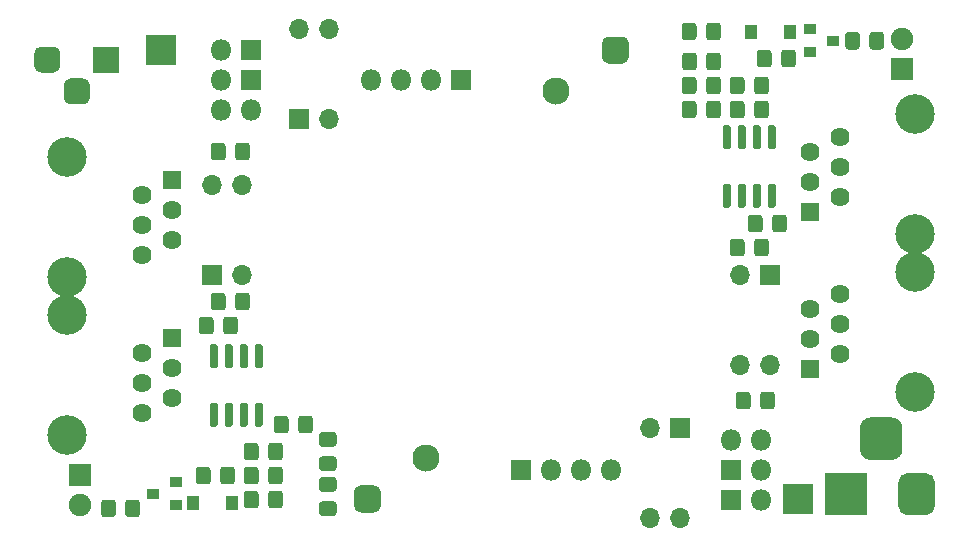
<source format=gbr>
%TF.GenerationSoftware,KiCad,Pcbnew,(5.1.6)-1*%
%TF.CreationDate,2021-04-28T12:41:24+02:00*%
%TF.ProjectId,combi_button,636f6d62-695f-4627-9574-746f6e2e6b69,rev?*%
%TF.SameCoordinates,Original*%
%TF.FileFunction,Soldermask,Top*%
%TF.FilePolarity,Negative*%
%FSLAX46Y46*%
G04 Gerber Fmt 4.6, Leading zero omitted, Abs format (unit mm)*
G04 Created by KiCad (PCBNEW (5.1.6)-1) date 2021-04-28 12:41:24*
%MOMM*%
%LPD*%
G01*
G04 APERTURE LIST*
%ADD10R,1.000000X1.300000*%
%ADD11O,1.700000X1.700000*%
%ADD12R,1.700000X1.700000*%
%ADD13O,1.800000X1.800000*%
%ADD14R,1.800000X1.800000*%
%ADD15R,2.600000X2.600000*%
%ADD16C,2.300000*%
%ADD17R,1.000000X0.900000*%
%ADD18C,1.900000*%
%ADD19R,1.900000X1.900000*%
%ADD20R,2.200000X2.200000*%
%ADD21R,3.600000X3.600000*%
%ADD22C,3.350000*%
%ADD23C,1.620000*%
%ADD24R,1.620000X1.620000*%
G04 APERTURE END LIST*
%TO.C,R20*%
G36*
G01*
X76232000Y-116539738D02*
X76232000Y-117496262D01*
G75*
G02*
X75960262Y-117768000I-271738J0D01*
G01*
X75253738Y-117768000D01*
G75*
G02*
X74982000Y-117496262I0J271738D01*
G01*
X74982000Y-116539738D01*
G75*
G02*
X75253738Y-116268000I271738J0D01*
G01*
X75960262Y-116268000D01*
G75*
G02*
X76232000Y-116539738I0J-271738D01*
G01*
G37*
G36*
G01*
X78282000Y-116539738D02*
X78282000Y-117496262D01*
G75*
G02*
X78010262Y-117768000I-271738J0D01*
G01*
X77303738Y-117768000D01*
G75*
G02*
X77032000Y-117496262I0J271738D01*
G01*
X77032000Y-116539738D01*
G75*
G02*
X77303738Y-116268000I271738J0D01*
G01*
X78010262Y-116268000D01*
G75*
G02*
X78282000Y-116539738I0J-271738D01*
G01*
G37*
%TD*%
D10*
%TO.C,D6*%
X74728000Y-119304000D03*
X78028000Y-119304000D03*
%TD*%
D11*
%TO.C,U6*%
X83744000Y-79172000D03*
X86284000Y-86792000D03*
X86284000Y-79172000D03*
D12*
X83744000Y-86792000D03*
%TD*%
%TO.C,R19*%
G36*
G01*
X77502000Y-89107738D02*
X77502000Y-90064262D01*
G75*
G02*
X77230262Y-90336000I-271738J0D01*
G01*
X76523738Y-90336000D01*
G75*
G02*
X76252000Y-90064262I0J271738D01*
G01*
X76252000Y-89107738D01*
G75*
G02*
X76523738Y-88836000I271738J0D01*
G01*
X77230262Y-88836000D01*
G75*
G02*
X77502000Y-89107738I0J-271738D01*
G01*
G37*
G36*
G01*
X79552000Y-89107738D02*
X79552000Y-90064262D01*
G75*
G02*
X79280262Y-90336000I-271738J0D01*
G01*
X78573738Y-90336000D01*
G75*
G02*
X78302000Y-90064262I0J271738D01*
G01*
X78302000Y-89107738D01*
G75*
G02*
X78573738Y-88836000I271738J0D01*
G01*
X79280262Y-88836000D01*
G75*
G02*
X79552000Y-89107738I0J-271738D01*
G01*
G37*
%TD*%
D13*
%TO.C,J14*%
X77140000Y-80950000D03*
D14*
X79680000Y-80950000D03*
%TD*%
D13*
%TO.C,J13*%
X122860000Y-119050000D03*
D14*
X120320000Y-119050000D03*
%TD*%
%TO.C,R18*%
G36*
G01*
X124530000Y-82190262D02*
X124530000Y-81233738D01*
G75*
G02*
X124801738Y-80962000I271738J0D01*
G01*
X125508262Y-80962000D01*
G75*
G02*
X125780000Y-81233738I0J-271738D01*
G01*
X125780000Y-82190262D01*
G75*
G02*
X125508262Y-82462000I-271738J0D01*
G01*
X124801738Y-82462000D01*
G75*
G02*
X124530000Y-82190262I0J271738D01*
G01*
G37*
G36*
G01*
X122480000Y-82190262D02*
X122480000Y-81233738D01*
G75*
G02*
X122751738Y-80962000I271738J0D01*
G01*
X123458262Y-80962000D01*
G75*
G02*
X123730000Y-81233738I0J-271738D01*
G01*
X123730000Y-82190262D01*
G75*
G02*
X123458262Y-82462000I-271738J0D01*
G01*
X122751738Y-82462000D01*
G75*
G02*
X122480000Y-82190262I0J271738D01*
G01*
G37*
%TD*%
D10*
%TO.C,D5*%
X125272000Y-79426000D03*
X121972000Y-79426000D03*
%TD*%
D14*
%TO.C,J6*%
X102540000Y-116510000D03*
D13*
X105080000Y-116510000D03*
X107620000Y-116510000D03*
X110160000Y-116510000D03*
%TD*%
D15*
%TO.C,REF\u002A\u002A*%
X72000000Y-81000000D03*
%TD*%
%TO.C,REF\u002A\u002A*%
X126000000Y-119000000D03*
%TD*%
D14*
%TO.C,J12*%
X79680000Y-83490000D03*
D13*
X79680000Y-86030000D03*
X77140000Y-83490000D03*
X77140000Y-86030000D03*
%TD*%
D14*
%TO.C,J11*%
X120320000Y-116510000D03*
D13*
X120320000Y-113970000D03*
X122860000Y-116510000D03*
X122860000Y-113970000D03*
%TD*%
%TO.C,R17*%
G36*
G01*
X83636000Y-113178262D02*
X83636000Y-112221738D01*
G75*
G02*
X83907738Y-111950000I271738J0D01*
G01*
X84614262Y-111950000D01*
G75*
G02*
X84886000Y-112221738I0J-271738D01*
G01*
X84886000Y-113178262D01*
G75*
G02*
X84614262Y-113450000I-271738J0D01*
G01*
X83907738Y-113450000D01*
G75*
G02*
X83636000Y-113178262I0J271738D01*
G01*
G37*
G36*
G01*
X81586000Y-113178262D02*
X81586000Y-112221738D01*
G75*
G02*
X81857738Y-111950000I271738J0D01*
G01*
X82564262Y-111950000D01*
G75*
G02*
X82836000Y-112221738I0J-271738D01*
G01*
X82836000Y-113178262D01*
G75*
G02*
X82564262Y-113450000I-271738J0D01*
G01*
X81857738Y-113450000D01*
G75*
G02*
X81586000Y-113178262I0J271738D01*
G01*
G37*
%TD*%
%TO.C,R16*%
G36*
G01*
X79046000Y-115464262D02*
X79046000Y-114507738D01*
G75*
G02*
X79317738Y-114236000I271738J0D01*
G01*
X80024262Y-114236000D01*
G75*
G02*
X80296000Y-114507738I0J-271738D01*
G01*
X80296000Y-115464262D01*
G75*
G02*
X80024262Y-115736000I-271738J0D01*
G01*
X79317738Y-115736000D01*
G75*
G02*
X79046000Y-115464262I0J271738D01*
G01*
G37*
G36*
G01*
X81096000Y-115464262D02*
X81096000Y-114507738D01*
G75*
G02*
X81367738Y-114236000I271738J0D01*
G01*
X82074262Y-114236000D01*
G75*
G02*
X82346000Y-114507738I0J-271738D01*
G01*
X82346000Y-115464262D01*
G75*
G02*
X82074262Y-115736000I-271738J0D01*
G01*
X81367738Y-115736000D01*
G75*
G02*
X81096000Y-115464262I0J271738D01*
G01*
G37*
%TD*%
%TO.C,R15*%
G36*
G01*
X81096000Y-117496262D02*
X81096000Y-116539738D01*
G75*
G02*
X81367738Y-116268000I271738J0D01*
G01*
X82074262Y-116268000D01*
G75*
G02*
X82346000Y-116539738I0J-271738D01*
G01*
X82346000Y-117496262D01*
G75*
G02*
X82074262Y-117768000I-271738J0D01*
G01*
X81367738Y-117768000D01*
G75*
G02*
X81096000Y-117496262I0J271738D01*
G01*
G37*
G36*
G01*
X79046000Y-117496262D02*
X79046000Y-116539738D01*
G75*
G02*
X79317738Y-116268000I271738J0D01*
G01*
X80024262Y-116268000D01*
G75*
G02*
X80296000Y-116539738I0J-271738D01*
G01*
X80296000Y-117496262D01*
G75*
G02*
X80024262Y-117768000I-271738J0D01*
G01*
X79317738Y-117768000D01*
G75*
G02*
X79046000Y-117496262I0J271738D01*
G01*
G37*
%TD*%
D16*
%TO.C,J10*%
X94500000Y-115500000D03*
G36*
G01*
X90075000Y-120150000D02*
X88925000Y-120150000D01*
G75*
G02*
X88350000Y-119575000I0J575000D01*
G01*
X88350000Y-118425000D01*
G75*
G02*
X88925000Y-117850000I575000J0D01*
G01*
X90075000Y-117850000D01*
G75*
G02*
X90650000Y-118425000I0J-575000D01*
G01*
X90650000Y-119575000D01*
G75*
G02*
X90075000Y-120150000I-575000J0D01*
G01*
G37*
%TD*%
%TO.C,J9*%
X105500000Y-84500000D03*
G36*
G01*
X109925000Y-79850000D02*
X111075000Y-79850000D01*
G75*
G02*
X111650000Y-80425000I0J-575000D01*
G01*
X111650000Y-81575000D01*
G75*
G02*
X111075000Y-82150000I-575000J0D01*
G01*
X109925000Y-82150000D01*
G75*
G02*
X109350000Y-81575000I0J575000D01*
G01*
X109350000Y-80425000D01*
G75*
G02*
X109925000Y-79850000I575000J0D01*
G01*
G37*
%TD*%
D11*
%TO.C,U5*%
X116000000Y-120620000D03*
X113460000Y-113000000D03*
X113460000Y-120620000D03*
D12*
X116000000Y-113000000D03*
%TD*%
%TO.C,R14*%
G36*
G01*
X120702000Y-111146262D02*
X120702000Y-110189738D01*
G75*
G02*
X120973738Y-109918000I271738J0D01*
G01*
X121680262Y-109918000D01*
G75*
G02*
X121952000Y-110189738I0J-271738D01*
G01*
X121952000Y-111146262D01*
G75*
G02*
X121680262Y-111418000I-271738J0D01*
G01*
X120973738Y-111418000D01*
G75*
G02*
X120702000Y-111146262I0J271738D01*
G01*
G37*
G36*
G01*
X122752000Y-111146262D02*
X122752000Y-110189738D01*
G75*
G02*
X123023738Y-109918000I271738J0D01*
G01*
X123730262Y-109918000D01*
G75*
G02*
X124002000Y-110189738I0J-271738D01*
G01*
X124002000Y-111146262D01*
G75*
G02*
X123730262Y-111418000I-271738J0D01*
G01*
X123023738Y-111418000D01*
G75*
G02*
X122752000Y-111146262I0J271738D01*
G01*
G37*
%TD*%
%TO.C,R13*%
G36*
G01*
X118171000Y-86508262D02*
X118171000Y-85551738D01*
G75*
G02*
X118442738Y-85280000I271738J0D01*
G01*
X119149262Y-85280000D01*
G75*
G02*
X119421000Y-85551738I0J-271738D01*
G01*
X119421000Y-86508262D01*
G75*
G02*
X119149262Y-86780000I-271738J0D01*
G01*
X118442738Y-86780000D01*
G75*
G02*
X118171000Y-86508262I0J271738D01*
G01*
G37*
G36*
G01*
X116121000Y-86508262D02*
X116121000Y-85551738D01*
G75*
G02*
X116392738Y-85280000I271738J0D01*
G01*
X117099262Y-85280000D01*
G75*
G02*
X117371000Y-85551738I0J-271738D01*
G01*
X117371000Y-86508262D01*
G75*
G02*
X117099262Y-86780000I-271738J0D01*
G01*
X116392738Y-86780000D01*
G75*
G02*
X116121000Y-86508262I0J271738D01*
G01*
G37*
%TD*%
%TO.C,R12*%
G36*
G01*
X117371000Y-83519738D02*
X117371000Y-84476262D01*
G75*
G02*
X117099262Y-84748000I-271738J0D01*
G01*
X116392738Y-84748000D01*
G75*
G02*
X116121000Y-84476262I0J271738D01*
G01*
X116121000Y-83519738D01*
G75*
G02*
X116392738Y-83248000I271738J0D01*
G01*
X117099262Y-83248000D01*
G75*
G02*
X117371000Y-83519738I0J-271738D01*
G01*
G37*
G36*
G01*
X119421000Y-83519738D02*
X119421000Y-84476262D01*
G75*
G02*
X119149262Y-84748000I-271738J0D01*
G01*
X118442738Y-84748000D01*
G75*
G02*
X118171000Y-84476262I0J271738D01*
G01*
X118171000Y-83519738D01*
G75*
G02*
X118442738Y-83248000I271738J0D01*
G01*
X119149262Y-83248000D01*
G75*
G02*
X119421000Y-83519738I0J-271738D01*
G01*
G37*
%TD*%
%TO.C,R11*%
G36*
G01*
X118189000Y-82444262D02*
X118189000Y-81487738D01*
G75*
G02*
X118460738Y-81216000I271738J0D01*
G01*
X119167262Y-81216000D01*
G75*
G02*
X119439000Y-81487738I0J-271738D01*
G01*
X119439000Y-82444262D01*
G75*
G02*
X119167262Y-82716000I-271738J0D01*
G01*
X118460738Y-82716000D01*
G75*
G02*
X118189000Y-82444262I0J271738D01*
G01*
G37*
G36*
G01*
X116139000Y-82444262D02*
X116139000Y-81487738D01*
G75*
G02*
X116410738Y-81216000I271738J0D01*
G01*
X117117262Y-81216000D01*
G75*
G02*
X117389000Y-81487738I0J-271738D01*
G01*
X117389000Y-82444262D01*
G75*
G02*
X117117262Y-82716000I-271738J0D01*
G01*
X116410738Y-82716000D01*
G75*
G02*
X116139000Y-82444262I0J271738D01*
G01*
G37*
%TD*%
%TO.C,R10*%
G36*
G01*
X81096000Y-119528262D02*
X81096000Y-118571738D01*
G75*
G02*
X81367738Y-118300000I271738J0D01*
G01*
X82074262Y-118300000D01*
G75*
G02*
X82346000Y-118571738I0J-271738D01*
G01*
X82346000Y-119528262D01*
G75*
G02*
X82074262Y-119800000I-271738J0D01*
G01*
X81367738Y-119800000D01*
G75*
G02*
X81096000Y-119528262I0J271738D01*
G01*
G37*
G36*
G01*
X79046000Y-119528262D02*
X79046000Y-118571738D01*
G75*
G02*
X79317738Y-118300000I271738J0D01*
G01*
X80024262Y-118300000D01*
G75*
G02*
X80296000Y-118571738I0J-271738D01*
G01*
X80296000Y-119528262D01*
G75*
G02*
X80024262Y-119800000I-271738J0D01*
G01*
X79317738Y-119800000D01*
G75*
G02*
X79046000Y-119528262I0J271738D01*
G01*
G37*
%TD*%
%TO.C,R9*%
G36*
G01*
X117371000Y-78947738D02*
X117371000Y-79904262D01*
G75*
G02*
X117099262Y-80176000I-271738J0D01*
G01*
X116392738Y-80176000D01*
G75*
G02*
X116121000Y-79904262I0J271738D01*
G01*
X116121000Y-78947738D01*
G75*
G02*
X116392738Y-78676000I271738J0D01*
G01*
X117099262Y-78676000D01*
G75*
G02*
X117371000Y-78947738I0J-271738D01*
G01*
G37*
G36*
G01*
X119421000Y-78947738D02*
X119421000Y-79904262D01*
G75*
G02*
X119149262Y-80176000I-271738J0D01*
G01*
X118442738Y-80176000D01*
G75*
G02*
X118171000Y-79904262I0J271738D01*
G01*
X118171000Y-78947738D01*
G75*
G02*
X118442738Y-78676000I271738J0D01*
G01*
X119149262Y-78676000D01*
G75*
G02*
X119421000Y-78947738I0J-271738D01*
G01*
G37*
%TD*%
%TO.C,R8*%
G36*
G01*
X77502000Y-101807738D02*
X77502000Y-102764262D01*
G75*
G02*
X77230262Y-103036000I-271738J0D01*
G01*
X76523738Y-103036000D01*
G75*
G02*
X76252000Y-102764262I0J271738D01*
G01*
X76252000Y-101807738D01*
G75*
G02*
X76523738Y-101536000I271738J0D01*
G01*
X77230262Y-101536000D01*
G75*
G02*
X77502000Y-101807738I0J-271738D01*
G01*
G37*
G36*
G01*
X79552000Y-101807738D02*
X79552000Y-102764262D01*
G75*
G02*
X79280262Y-103036000I-271738J0D01*
G01*
X78573738Y-103036000D01*
G75*
G02*
X78302000Y-102764262I0J271738D01*
G01*
X78302000Y-101807738D01*
G75*
G02*
X78573738Y-101536000I271738J0D01*
G01*
X79280262Y-101536000D01*
G75*
G02*
X79552000Y-101807738I0J-271738D01*
G01*
G37*
%TD*%
%TO.C,R7*%
G36*
G01*
X122244000Y-98192262D02*
X122244000Y-97235738D01*
G75*
G02*
X122515738Y-96964000I271738J0D01*
G01*
X123222262Y-96964000D01*
G75*
G02*
X123494000Y-97235738I0J-271738D01*
G01*
X123494000Y-98192262D01*
G75*
G02*
X123222262Y-98464000I-271738J0D01*
G01*
X122515738Y-98464000D01*
G75*
G02*
X122244000Y-98192262I0J271738D01*
G01*
G37*
G36*
G01*
X120194000Y-98192262D02*
X120194000Y-97235738D01*
G75*
G02*
X120465738Y-96964000I271738J0D01*
G01*
X121172262Y-96964000D01*
G75*
G02*
X121444000Y-97235738I0J-271738D01*
G01*
X121444000Y-98192262D01*
G75*
G02*
X121172262Y-98464000I-271738J0D01*
G01*
X120465738Y-98464000D01*
G75*
G02*
X120194000Y-98192262I0J271738D01*
G01*
G37*
%TD*%
D17*
%TO.C,Q2*%
X71314000Y-118542000D03*
X73314000Y-117592000D03*
X73314000Y-119492000D03*
%TD*%
%TO.C,Q1*%
X128940000Y-80188000D03*
X126940000Y-81138000D03*
X126940000Y-79238000D03*
%TD*%
D11*
%TO.C,U4*%
X76378000Y-92380000D03*
X78918000Y-100000000D03*
X78918000Y-92380000D03*
D12*
X76378000Y-100000000D03*
%TD*%
D11*
%TO.C,U3*%
X123622000Y-107620000D03*
X121082000Y-100000000D03*
X121082000Y-107620000D03*
D12*
X123622000Y-100000000D03*
%TD*%
%TO.C,U2*%
G36*
G01*
X76680000Y-107948000D02*
X76330000Y-107948000D01*
G75*
G02*
X76155000Y-107773000I0J175000D01*
G01*
X76155000Y-106073000D01*
G75*
G02*
X76330000Y-105898000I175000J0D01*
G01*
X76680000Y-105898000D01*
G75*
G02*
X76855000Y-106073000I0J-175000D01*
G01*
X76855000Y-107773000D01*
G75*
G02*
X76680000Y-107948000I-175000J0D01*
G01*
G37*
G36*
G01*
X77950000Y-107948000D02*
X77600000Y-107948000D01*
G75*
G02*
X77425000Y-107773000I0J175000D01*
G01*
X77425000Y-106073000D01*
G75*
G02*
X77600000Y-105898000I175000J0D01*
G01*
X77950000Y-105898000D01*
G75*
G02*
X78125000Y-106073000I0J-175000D01*
G01*
X78125000Y-107773000D01*
G75*
G02*
X77950000Y-107948000I-175000J0D01*
G01*
G37*
G36*
G01*
X79220000Y-107948000D02*
X78870000Y-107948000D01*
G75*
G02*
X78695000Y-107773000I0J175000D01*
G01*
X78695000Y-106073000D01*
G75*
G02*
X78870000Y-105898000I175000J0D01*
G01*
X79220000Y-105898000D01*
G75*
G02*
X79395000Y-106073000I0J-175000D01*
G01*
X79395000Y-107773000D01*
G75*
G02*
X79220000Y-107948000I-175000J0D01*
G01*
G37*
G36*
G01*
X80490000Y-107948000D02*
X80140000Y-107948000D01*
G75*
G02*
X79965000Y-107773000I0J175000D01*
G01*
X79965000Y-106073000D01*
G75*
G02*
X80140000Y-105898000I175000J0D01*
G01*
X80490000Y-105898000D01*
G75*
G02*
X80665000Y-106073000I0J-175000D01*
G01*
X80665000Y-107773000D01*
G75*
G02*
X80490000Y-107948000I-175000J0D01*
G01*
G37*
G36*
G01*
X80490000Y-112898000D02*
X80140000Y-112898000D01*
G75*
G02*
X79965000Y-112723000I0J175000D01*
G01*
X79965000Y-111023000D01*
G75*
G02*
X80140000Y-110848000I175000J0D01*
G01*
X80490000Y-110848000D01*
G75*
G02*
X80665000Y-111023000I0J-175000D01*
G01*
X80665000Y-112723000D01*
G75*
G02*
X80490000Y-112898000I-175000J0D01*
G01*
G37*
G36*
G01*
X79220000Y-112898000D02*
X78870000Y-112898000D01*
G75*
G02*
X78695000Y-112723000I0J175000D01*
G01*
X78695000Y-111023000D01*
G75*
G02*
X78870000Y-110848000I175000J0D01*
G01*
X79220000Y-110848000D01*
G75*
G02*
X79395000Y-111023000I0J-175000D01*
G01*
X79395000Y-112723000D01*
G75*
G02*
X79220000Y-112898000I-175000J0D01*
G01*
G37*
G36*
G01*
X77950000Y-112898000D02*
X77600000Y-112898000D01*
G75*
G02*
X77425000Y-112723000I0J175000D01*
G01*
X77425000Y-111023000D01*
G75*
G02*
X77600000Y-110848000I175000J0D01*
G01*
X77950000Y-110848000D01*
G75*
G02*
X78125000Y-111023000I0J-175000D01*
G01*
X78125000Y-112723000D01*
G75*
G02*
X77950000Y-112898000I-175000J0D01*
G01*
G37*
G36*
G01*
X76680000Y-112898000D02*
X76330000Y-112898000D01*
G75*
G02*
X76155000Y-112723000I0J175000D01*
G01*
X76155000Y-111023000D01*
G75*
G02*
X76330000Y-110848000I175000J0D01*
G01*
X76680000Y-110848000D01*
G75*
G02*
X76855000Y-111023000I0J-175000D01*
G01*
X76855000Y-112723000D01*
G75*
G02*
X76680000Y-112898000I-175000J0D01*
G01*
G37*
%TD*%
%TO.C,C2*%
G36*
G01*
X77286000Y-104796262D02*
X77286000Y-103839738D01*
G75*
G02*
X77557738Y-103568000I271738J0D01*
G01*
X78264262Y-103568000D01*
G75*
G02*
X78536000Y-103839738I0J-271738D01*
G01*
X78536000Y-104796262D01*
G75*
G02*
X78264262Y-105068000I-271738J0D01*
G01*
X77557738Y-105068000D01*
G75*
G02*
X77286000Y-104796262I0J271738D01*
G01*
G37*
G36*
G01*
X75236000Y-104796262D02*
X75236000Y-103839738D01*
G75*
G02*
X75507738Y-103568000I271738J0D01*
G01*
X76214262Y-103568000D01*
G75*
G02*
X76486000Y-103839738I0J-271738D01*
G01*
X76486000Y-104796262D01*
G75*
G02*
X76214262Y-105068000I-271738J0D01*
G01*
X75507738Y-105068000D01*
G75*
G02*
X75236000Y-104796262I0J271738D01*
G01*
G37*
%TD*%
%TO.C,U1*%
G36*
G01*
X123574000Y-92306000D02*
X123924000Y-92306000D01*
G75*
G02*
X124099000Y-92481000I0J-175000D01*
G01*
X124099000Y-94181000D01*
G75*
G02*
X123924000Y-94356000I-175000J0D01*
G01*
X123574000Y-94356000D01*
G75*
G02*
X123399000Y-94181000I0J175000D01*
G01*
X123399000Y-92481000D01*
G75*
G02*
X123574000Y-92306000I175000J0D01*
G01*
G37*
G36*
G01*
X122304000Y-92306000D02*
X122654000Y-92306000D01*
G75*
G02*
X122829000Y-92481000I0J-175000D01*
G01*
X122829000Y-94181000D01*
G75*
G02*
X122654000Y-94356000I-175000J0D01*
G01*
X122304000Y-94356000D01*
G75*
G02*
X122129000Y-94181000I0J175000D01*
G01*
X122129000Y-92481000D01*
G75*
G02*
X122304000Y-92306000I175000J0D01*
G01*
G37*
G36*
G01*
X121034000Y-92306000D02*
X121384000Y-92306000D01*
G75*
G02*
X121559000Y-92481000I0J-175000D01*
G01*
X121559000Y-94181000D01*
G75*
G02*
X121384000Y-94356000I-175000J0D01*
G01*
X121034000Y-94356000D01*
G75*
G02*
X120859000Y-94181000I0J175000D01*
G01*
X120859000Y-92481000D01*
G75*
G02*
X121034000Y-92306000I175000J0D01*
G01*
G37*
G36*
G01*
X119764000Y-92306000D02*
X120114000Y-92306000D01*
G75*
G02*
X120289000Y-92481000I0J-175000D01*
G01*
X120289000Y-94181000D01*
G75*
G02*
X120114000Y-94356000I-175000J0D01*
G01*
X119764000Y-94356000D01*
G75*
G02*
X119589000Y-94181000I0J175000D01*
G01*
X119589000Y-92481000D01*
G75*
G02*
X119764000Y-92306000I175000J0D01*
G01*
G37*
G36*
G01*
X119764000Y-87356000D02*
X120114000Y-87356000D01*
G75*
G02*
X120289000Y-87531000I0J-175000D01*
G01*
X120289000Y-89231000D01*
G75*
G02*
X120114000Y-89406000I-175000J0D01*
G01*
X119764000Y-89406000D01*
G75*
G02*
X119589000Y-89231000I0J175000D01*
G01*
X119589000Y-87531000D01*
G75*
G02*
X119764000Y-87356000I175000J0D01*
G01*
G37*
G36*
G01*
X121034000Y-87356000D02*
X121384000Y-87356000D01*
G75*
G02*
X121559000Y-87531000I0J-175000D01*
G01*
X121559000Y-89231000D01*
G75*
G02*
X121384000Y-89406000I-175000J0D01*
G01*
X121034000Y-89406000D01*
G75*
G02*
X120859000Y-89231000I0J175000D01*
G01*
X120859000Y-87531000D01*
G75*
G02*
X121034000Y-87356000I175000J0D01*
G01*
G37*
G36*
G01*
X122304000Y-87356000D02*
X122654000Y-87356000D01*
G75*
G02*
X122829000Y-87531000I0J-175000D01*
G01*
X122829000Y-89231000D01*
G75*
G02*
X122654000Y-89406000I-175000J0D01*
G01*
X122304000Y-89406000D01*
G75*
G02*
X122129000Y-89231000I0J175000D01*
G01*
X122129000Y-87531000D01*
G75*
G02*
X122304000Y-87356000I175000J0D01*
G01*
G37*
G36*
G01*
X123574000Y-87356000D02*
X123924000Y-87356000D01*
G75*
G02*
X124099000Y-87531000I0J-175000D01*
G01*
X124099000Y-89231000D01*
G75*
G02*
X123924000Y-89406000I-175000J0D01*
G01*
X123574000Y-89406000D01*
G75*
G02*
X123399000Y-89231000I0J175000D01*
G01*
X123399000Y-87531000D01*
G75*
G02*
X123574000Y-87356000I175000J0D01*
G01*
G37*
%TD*%
%TO.C,C1*%
G36*
G01*
X122968000Y-95203738D02*
X122968000Y-96160262D01*
G75*
G02*
X122696262Y-96432000I-271738J0D01*
G01*
X121989738Y-96432000D01*
G75*
G02*
X121718000Y-96160262I0J271738D01*
G01*
X121718000Y-95203738D01*
G75*
G02*
X121989738Y-94932000I271738J0D01*
G01*
X122696262Y-94932000D01*
G75*
G02*
X122968000Y-95203738I0J-271738D01*
G01*
G37*
G36*
G01*
X125018000Y-95203738D02*
X125018000Y-96160262D01*
G75*
G02*
X124746262Y-96432000I-271738J0D01*
G01*
X124039738Y-96432000D01*
G75*
G02*
X123768000Y-96160262I0J271738D01*
G01*
X123768000Y-95203738D01*
G75*
G02*
X124039738Y-94932000I271738J0D01*
G01*
X124746262Y-94932000D01*
G75*
G02*
X125018000Y-95203738I0J-271738D01*
G01*
G37*
%TD*%
%TO.C,R6*%
G36*
G01*
X86635262Y-114586000D02*
X85678738Y-114586000D01*
G75*
G02*
X85407000Y-114314262I0J271738D01*
G01*
X85407000Y-113607738D01*
G75*
G02*
X85678738Y-113336000I271738J0D01*
G01*
X86635262Y-113336000D01*
G75*
G02*
X86907000Y-113607738I0J-271738D01*
G01*
X86907000Y-114314262D01*
G75*
G02*
X86635262Y-114586000I-271738J0D01*
G01*
G37*
G36*
G01*
X86635262Y-116636000D02*
X85678738Y-116636000D01*
G75*
G02*
X85407000Y-116364262I0J271738D01*
G01*
X85407000Y-115657738D01*
G75*
G02*
X85678738Y-115386000I271738J0D01*
G01*
X86635262Y-115386000D01*
G75*
G02*
X86907000Y-115657738I0J-271738D01*
G01*
X86907000Y-116364262D01*
G75*
G02*
X86635262Y-116636000I-271738J0D01*
G01*
G37*
%TD*%
%TO.C,R5*%
G36*
G01*
X86635262Y-118396000D02*
X85678738Y-118396000D01*
G75*
G02*
X85407000Y-118124262I0J271738D01*
G01*
X85407000Y-117417738D01*
G75*
G02*
X85678738Y-117146000I271738J0D01*
G01*
X86635262Y-117146000D01*
G75*
G02*
X86907000Y-117417738I0J-271738D01*
G01*
X86907000Y-118124262D01*
G75*
G02*
X86635262Y-118396000I-271738J0D01*
G01*
G37*
G36*
G01*
X86635262Y-120446000D02*
X85678738Y-120446000D01*
G75*
G02*
X85407000Y-120174262I0J271738D01*
G01*
X85407000Y-119467738D01*
G75*
G02*
X85678738Y-119196000I271738J0D01*
G01*
X86635262Y-119196000D01*
G75*
G02*
X86907000Y-119467738I0J-271738D01*
G01*
X86907000Y-120174262D01*
G75*
G02*
X86635262Y-120446000I-271738J0D01*
G01*
G37*
%TD*%
%TO.C,R4*%
G36*
G01*
X121444000Y-85551738D02*
X121444000Y-86508262D01*
G75*
G02*
X121172262Y-86780000I-271738J0D01*
G01*
X120465738Y-86780000D01*
G75*
G02*
X120194000Y-86508262I0J271738D01*
G01*
X120194000Y-85551738D01*
G75*
G02*
X120465738Y-85280000I271738J0D01*
G01*
X121172262Y-85280000D01*
G75*
G02*
X121444000Y-85551738I0J-271738D01*
G01*
G37*
G36*
G01*
X123494000Y-85551738D02*
X123494000Y-86508262D01*
G75*
G02*
X123222262Y-86780000I-271738J0D01*
G01*
X122515738Y-86780000D01*
G75*
G02*
X122244000Y-86508262I0J271738D01*
G01*
X122244000Y-85551738D01*
G75*
G02*
X122515738Y-85280000I271738J0D01*
G01*
X123222262Y-85280000D01*
G75*
G02*
X123494000Y-85551738I0J-271738D01*
G01*
G37*
%TD*%
%TO.C,R3*%
G36*
G01*
X122235000Y-84476262D02*
X122235000Y-83519738D01*
G75*
G02*
X122506738Y-83248000I271738J0D01*
G01*
X123213262Y-83248000D01*
G75*
G02*
X123485000Y-83519738I0J-271738D01*
G01*
X123485000Y-84476262D01*
G75*
G02*
X123213262Y-84748000I-271738J0D01*
G01*
X122506738Y-84748000D01*
G75*
G02*
X122235000Y-84476262I0J271738D01*
G01*
G37*
G36*
G01*
X120185000Y-84476262D02*
X120185000Y-83519738D01*
G75*
G02*
X120456738Y-83248000I271738J0D01*
G01*
X121163262Y-83248000D01*
G75*
G02*
X121435000Y-83519738I0J-271738D01*
G01*
X121435000Y-84476262D01*
G75*
G02*
X121163262Y-84748000I-271738J0D01*
G01*
X120456738Y-84748000D01*
G75*
G02*
X120185000Y-84476262I0J271738D01*
G01*
G37*
%TD*%
%TO.C,R2*%
G36*
G01*
X131200000Y-79721738D02*
X131200000Y-80678262D01*
G75*
G02*
X130928262Y-80950000I-271738J0D01*
G01*
X130221738Y-80950000D01*
G75*
G02*
X129950000Y-80678262I0J271738D01*
G01*
X129950000Y-79721738D01*
G75*
G02*
X130221738Y-79450000I271738J0D01*
G01*
X130928262Y-79450000D01*
G75*
G02*
X131200000Y-79721738I0J-271738D01*
G01*
G37*
G36*
G01*
X133250000Y-79721738D02*
X133250000Y-80678262D01*
G75*
G02*
X132978262Y-80950000I-271738J0D01*
G01*
X132271738Y-80950000D01*
G75*
G02*
X132000000Y-80678262I0J271738D01*
G01*
X132000000Y-79721738D01*
G75*
G02*
X132271738Y-79450000I271738J0D01*
G01*
X132978262Y-79450000D01*
G75*
G02*
X133250000Y-79721738I0J-271738D01*
G01*
G37*
%TD*%
%TO.C,R1*%
G36*
G01*
X69000000Y-120278262D02*
X69000000Y-119321738D01*
G75*
G02*
X69271738Y-119050000I271738J0D01*
G01*
X69978262Y-119050000D01*
G75*
G02*
X70250000Y-119321738I0J-271738D01*
G01*
X70250000Y-120278262D01*
G75*
G02*
X69978262Y-120550000I-271738J0D01*
G01*
X69271738Y-120550000D01*
G75*
G02*
X69000000Y-120278262I0J271738D01*
G01*
G37*
G36*
G01*
X66950000Y-120278262D02*
X66950000Y-119321738D01*
G75*
G02*
X67221738Y-119050000I271738J0D01*
G01*
X67928262Y-119050000D01*
G75*
G02*
X68200000Y-119321738I0J-271738D01*
G01*
X68200000Y-120278262D01*
G75*
G02*
X67928262Y-120550000I-271738J0D01*
G01*
X67221738Y-120550000D01*
G75*
G02*
X66950000Y-120278262I0J271738D01*
G01*
G37*
%TD*%
D18*
%TO.C,D2*%
X134800000Y-80060000D03*
D19*
X134800000Y-82600000D03*
%TD*%
D18*
%TO.C,D1*%
X65200000Y-119540000D03*
D19*
X65200000Y-117000000D03*
%TD*%
%TO.C,J8*%
G36*
G01*
X63800000Y-85050000D02*
X63800000Y-83950000D01*
G75*
G02*
X64350000Y-83400000I550000J0D01*
G01*
X65450000Y-83400000D01*
G75*
G02*
X66000000Y-83950000I0J-550000D01*
G01*
X66000000Y-85050000D01*
G75*
G02*
X65450000Y-85600000I-550000J0D01*
G01*
X64350000Y-85600000D01*
G75*
G02*
X63800000Y-85050000I0J550000D01*
G01*
G37*
G36*
G01*
X61300000Y-82350000D02*
X61300000Y-81250000D01*
G75*
G02*
X61850000Y-80700000I550000J0D01*
G01*
X62950000Y-80700000D01*
G75*
G02*
X63500000Y-81250000I0J-550000D01*
G01*
X63500000Y-82350000D01*
G75*
G02*
X62950000Y-82900000I-550000J0D01*
G01*
X61850000Y-82900000D01*
G75*
G02*
X61300000Y-82350000I0J550000D01*
G01*
G37*
D20*
X67400000Y-81800000D03*
%TD*%
D14*
%TO.C,J7*%
X97460000Y-83490000D03*
D13*
X94920000Y-83490000D03*
X92380000Y-83490000D03*
X89840000Y-83490000D03*
%TD*%
%TO.C,J5*%
G36*
G01*
X134800000Y-113000000D02*
X134800000Y-114800000D01*
G75*
G02*
X133900000Y-115700000I-900000J0D01*
G01*
X132100000Y-115700000D01*
G75*
G02*
X131200000Y-114800000I0J900000D01*
G01*
X131200000Y-113000000D01*
G75*
G02*
X132100000Y-112100000I900000J0D01*
G01*
X133900000Y-112100000D01*
G75*
G02*
X134800000Y-113000000I0J-900000D01*
G01*
G37*
G36*
G01*
X137550000Y-117575000D02*
X137550000Y-119625000D01*
G75*
G02*
X136775000Y-120400000I-775000J0D01*
G01*
X135225000Y-120400000D01*
G75*
G02*
X134450000Y-119625000I0J775000D01*
G01*
X134450000Y-117575000D01*
G75*
G02*
X135225000Y-116800000I775000J0D01*
G01*
X136775000Y-116800000D01*
G75*
G02*
X137550000Y-117575000I0J-775000D01*
G01*
G37*
D21*
X130000000Y-118600000D03*
%TD*%
D22*
%TO.C,J4*%
X64110000Y-113585000D03*
D23*
X70460000Y-111685000D03*
X73000000Y-110415000D03*
X70460000Y-109145000D03*
X73000000Y-107875000D03*
X70460000Y-106605000D03*
D22*
X64110000Y-103425000D03*
D24*
X73000000Y-105335000D03*
%TD*%
D22*
%TO.C,J3*%
X64110000Y-100250000D03*
D23*
X70460000Y-98350000D03*
X73000000Y-97080000D03*
X70460000Y-95810000D03*
X73000000Y-94540000D03*
X70460000Y-93270000D03*
D22*
X64110000Y-90090000D03*
D24*
X73000000Y-92000000D03*
%TD*%
D22*
%TO.C,J2*%
X135890000Y-86415000D03*
D23*
X129540000Y-88315000D03*
X127000000Y-89585000D03*
X129540000Y-90855000D03*
X127000000Y-92125000D03*
X129540000Y-93395000D03*
D22*
X135890000Y-96575000D03*
D24*
X127000000Y-94665000D03*
%TD*%
D22*
%TO.C,J1*%
X135890000Y-99750000D03*
D23*
X129540000Y-101650000D03*
X127000000Y-102920000D03*
X129540000Y-104190000D03*
X127000000Y-105460000D03*
X129540000Y-106730000D03*
D22*
X135890000Y-109910000D03*
D24*
X127000000Y-108000000D03*
%TD*%
M02*

</source>
